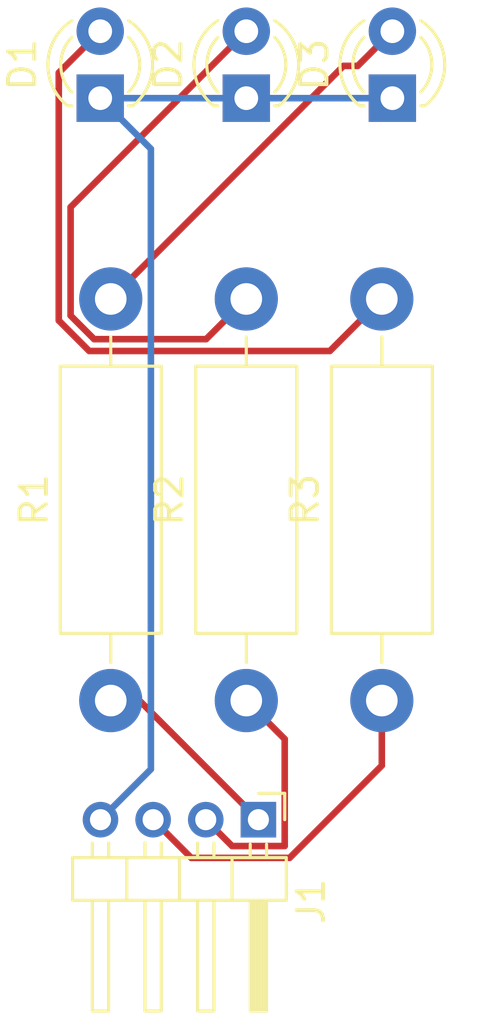
<source format=kicad_pcb>
(kicad_pcb (version 20221018) (generator pcbnew)
  (layers (0 "F.Cu" signal) (31 "B.Cu" signal) (34 "B.Paste" user) (35 "F.Paste" user) (36 "B.SilkS" user "B.Silkscreen") (37 "F.SilkS" user "F.Silkscreen") (38 "B.Mask" user) (39 "F.Mask" user) (44 "Edge.Cuts" user))
  (net 0 "")
  (net 1 "Net-(D1-K)")
  (net 2 "Net-(D1-A)")
  (net 3 "Net-(D2-A)")
  (net 4 "Net-(D3-A)")
  (net 5 "Net-(J1-Pin_1)")
  (net 6 "Net-(J1-Pin_2)")
  (net 7 "Net-(J1-Pin_3)")
  (footprint "LED_THT:LED_D3.0mm" (layer "F.Cu") (at 101.13 99.06 90)
    (fp_text reference "D1" (at 1.27 -2.96 90) (layer "F.SilkS"))
    (fp_text value "LED")
    (fp_line (start -0.29 -1.236) (end -0.29 -1.08) (stroke (width 0.12)) (layer "F.SilkS"))
    (fp_line (start -0.29 1.08) (end -0.29 1.236) (stroke (width 0.12)) (layer "F.SilkS"))
    (fp_arc (start -0.29 -1.235516) (mid 1.366487 -1.987659) (end 2.942335 -1.078608) (stroke (width 0.12)) (layer "F.SilkS"))
    (fp_arc (start 0.229039 -1.08) (mid 1.270117 -1.5) (end 2.31113 -1.079837) (stroke (width 0.12)) (layer "F.SilkS"))
    (fp_arc (start 2.31113 1.079837) (mid 1.270117 1.5) (end 0.229039 1.08) (stroke (width 0.12)) (layer "F.SilkS"))
    (fp_arc (start 2.942335 1.078608) (mid 1.366487 1.987659) (end -0.29 1.235516) (stroke (width 0.12)) (layer "F.SilkS"))
    (pad "1" thru_hole rect (at 0 0 90) (size 1.8 1.8) (drill 0.9) (layers "*.Cu" "*.Mask") (net 1 "Net-(D1-K)"))
    (pad "2" thru_hole circle (at 2.54 0 90) (size 1.8 1.8) (drill 0.9) (layers "*.Cu" "*.Mask") (net 2 "Net-(D1-A)"))
  )
  (footprint "Resistor_THT:R_Axial_DIN0411_L9.9mm_D3.6mm_P15.24mm_Horizontal" (layer "F.Cu") (at 106.68 121.92 90)
    (fp_text reference "R2" (at 7.62 -2.92 90) (layer "F.SilkS"))
    (fp_text value "R")
    (fp_line (start 1.44 0) (end 2.55 0) (stroke (width 0.12)) (layer "F.SilkS"))
    (fp_line (start 2.55 -1.92) (end 2.55 1.92) (stroke (width 0.12)) (layer "F.SilkS"))
    (fp_line (start 2.55 1.92) (end 12.69 1.92) (stroke (width 0.12)) (layer "F.SilkS"))
    (fp_line (start 12.69 -1.92) (end 2.55 -1.92) (stroke (width 0.12)) (layer "F.SilkS"))
    (fp_line (start 12.69 1.92) (end 12.69 -1.92) (stroke (width 0.12)) (layer "F.SilkS"))
    (fp_line (start 13.8 0) (end 12.69 0) (stroke (width 0.12)) (layer "F.SilkS"))
    (pad "1" thru_hole circle (at 0 0 90) (size 2.4 2.4) (drill 1.2) (layers "*.Cu" "*.Mask") (net 6 "Net-(J1-Pin_2)"))
    (pad "2" thru_hole oval (at 15.24 0 90) (size 2.4 2.4) (drill 1.2) (layers "*.Cu" "*.Mask") (net 3 "Net-(D2-A)"))
  )
  (footprint "Connector_PinHeader_2.00mm:PinHeader_1x04_P2.00mm_Horizontal" (layer "F.Cu") (at 107.14 126.44 -90)
    (fp_text reference "J1" (at 3.1 -2 90) (layer "F.SilkS"))
    (fp_text value "Conn_01x04")
    (fp_line (start -1 -1) (end 0 -1) (stroke (width 0.12)) (layer "F.SilkS"))
    (fp_line (start -1 0) (end -1 -1) (stroke (width 0.12)) (layer "F.SilkS"))
    (fp_line (start 0.882114 1.69) (end 1.44 1.69) (stroke (width 0.12)) (layer "F.SilkS"))
    (fp_line (start 0.882114 2.31) (end 1.44 2.31) (stroke (width 0.12)) (layer "F.SilkS"))
    (fp_line (start 0.882114 3.69) (end 1.44 3.69) (stroke (width 0.12)) (layer "F.SilkS"))
    (fp_line (start 0.882114 4.31) (end 1.44 4.31) (stroke (width 0.12)) (layer "F.SilkS"))
    (fp_line (start 0.882114 5.69) (end 1.44 5.69) (stroke (width 0.12)) (layer "F.SilkS"))
    (fp_line (start 0.882114 6.31) (end 1.44 6.31) (stroke (width 0.12)) (layer "F.SilkS"))
    (fp_line (start 0.935 -0.31) (end 1.44 -0.31) (stroke (width 0.12)) (layer "F.SilkS"))
    (fp_line (start 0.935 0.31) (end 1.44 0.31) (stroke (width 0.12)) (layer "F.SilkS"))
    (fp_line (start 1.44 -1.06) (end 1.44 7.06) (stroke (width 0.12)) (layer "F.SilkS"))
    (fp_line (start 1.44 1) (end 3.06 1) (stroke (width 0.12)) (layer "F.SilkS"))
    (fp_line (start 1.44 3) (end 3.06 3) (stroke (width 0.12)) (layer "F.SilkS"))
    (fp_line (start 1.44 5) (end 3.06 5) (stroke (width 0.12)) (layer "F.SilkS"))
    (fp_line (start 1.44 7.06) (end 3.06 7.06) (stroke (width 0.12)) (layer "F.SilkS"))
    (fp_line (start 3.06 -1.06) (end 1.44 -1.06) (stroke (width 0.12)) (layer "F.SilkS"))
    (fp_line (start 3.06 -0.31) (end 7.26 -0.31) (stroke (width 0.12)) (layer "F.SilkS"))
    (fp_line (start 3.06 -0.25) (end 7.26 -0.25) (stroke (width 0.12)) (layer "F.SilkS"))
    (fp_line (start 3.06 -0.13) (end 7.26 -0.13) (stroke (width 0.12)) (layer "F.SilkS"))
    (fp_line (start 3.06 -0.01) (end 7.26 -0.01) (stroke (width 0.12)) (layer "F.SilkS"))
    (fp_line (start 3.06 0.11) (end 7.26 0.11) (stroke (width 0.12)) (layer "F.SilkS"))
    (fp_line (start 3.06 0.23) (end 7.26 0.23) (stroke (width 0.12)) (layer "F.SilkS"))
    (fp_line (start 3.06 1.69) (end 7.26 1.69) (stroke (width 0.12)) (layer "F.SilkS"))
    (fp_line (start 3.06 3.69) (end 7.26 3.69) (stroke (width 0.12)) (layer "F.SilkS"))
    (fp_line (start 3.06 5.69) (end 7.26 5.69) (stroke (width 0.12)) (layer "F.SilkS"))
    (fp_line (start 3.06 7.06) (end 3.06 -1.06) (stroke (width 0.12)) (layer "F.SilkS"))
    (fp_line (start 7.26 -0.31) (end 7.26 0.31) (stroke (width 0.12)) (layer "F.SilkS"))
    (fp_line (start 7.26 0.31) (end 3.06 0.31) (stroke (width 0.12)) (layer "F.SilkS"))
    (fp_line (start 7.26 1.69) (end 7.26 2.31) (stroke (width 0.12)) (layer "F.SilkS"))
    (fp_line (start 7.26 2.31) (end 3.06 2.31) (stroke (width 0.12)) (layer "F.SilkS"))
    (fp_line (start 7.26 3.69) (end 7.26 4.31) (stroke (width 0.12)) (layer "F.SilkS"))
    (fp_line (start 7.26 4.31) (end 3.06 4.31) (stroke (width 0.12)) (layer "F.SilkS"))
    (fp_line (start 7.26 5.69) (end 7.26 6.31) (stroke (width 0.12)) (layer "F.SilkS"))
    (fp_line (start 7.26 6.31) (end 3.06 6.31) (stroke (width 0.12)) (layer "F.SilkS"))
    (pad "1" thru_hole rect (at 0 0 270) (size 1.35 1.35) (drill 0.8) (layers "*.Cu" "*.Mask") (net 5 "Net-(J1-Pin_1)"))
    (pad "2" thru_hole oval (at 0 2 270) (size 1.35 1.35) (drill 0.8) (layers "*.Cu" "*.Mask") (net 6 "Net-(J1-Pin_2)"))
    (pad "3" thru_hole oval (at 0 4 270) (size 1.35 1.35) (drill 0.8) (layers "*.Cu" "*.Mask") (net 7 "Net-(J1-Pin_3)"))
    (pad "4" thru_hole oval (at 0 6 270) (size 1.35 1.35) (drill 0.8) (layers "*.Cu" "*.Mask") (net 1 "Net-(D1-K)"))
  )
  (footprint "LED_THT:LED_D3.0mm" (layer "F.Cu") (at 112.23 99.06 90)
    (fp_text reference "D3" (at 1.27 -2.96 90) (layer "F.SilkS"))
    (fp_text value "LED")
    (fp_line (start -0.29 -1.236) (end -0.29 -1.08) (stroke (width 0.12)) (layer "F.SilkS"))
    (fp_line (start -0.29 1.08) (end -0.29 1.236) (stroke (width 0.12)) (layer "F.SilkS"))
    (fp_arc (start -0.29 -1.235516) (mid 1.366487 -1.987659) (end 2.942335 -1.078608) (stroke (width 0.12)) (layer "F.SilkS"))
    (fp_arc (start 0.229039 -1.08) (mid 1.270117 -1.5) (end 2.31113 -1.079837) (stroke (width 0.12)) (layer "F.SilkS"))
    (fp_arc (start 2.31113 1.079837) (mid 1.270117 1.5) (end 0.229039 1.08) (stroke (width 0.12)) (layer "F.SilkS"))
    (fp_arc (start 2.942335 1.078608) (mid 1.366487 1.987659) (end -0.29 1.235516) (stroke (width 0.12)) (layer "F.SilkS"))
    (pad "1" thru_hole rect (at 0 0 90) (size 1.8 1.8) (drill 0.9) (layers "*.Cu" "*.Mask") (net 1 "Net-(D1-K)"))
    (pad "2" thru_hole circle (at 2.54 0 90) (size 1.8 1.8) (drill 0.9) (layers "*.Cu" "*.Mask") (net 4 "Net-(D3-A)"))
  )
  (footprint "Resistor_THT:R_Axial_DIN0411_L9.9mm_D3.6mm_P15.24mm_Horizontal" (layer "F.Cu") (at 111.83 121.92 90)
    (fp_text reference "R3" (at 7.62 -2.92 90) (layer "F.SilkS"))
    (fp_text value "R")
    (fp_line (start 1.44 0) (end 2.55 0) (stroke (width 0.12)) (layer "F.SilkS"))
    (fp_line (start 2.55 -1.92) (end 2.55 1.92) (stroke (width 0.12)) (layer "F.SilkS"))
    (fp_line (start 2.55 1.92) (end 12.69 1.92) (stroke (width 0.12)) (layer "F.SilkS"))
    (fp_line (start 12.69 -1.92) (end 2.55 -1.92) (stroke (width 0.12)) (layer "F.SilkS"))
    (fp_line (start 12.69 1.92) (end 12.69 -1.92) (stroke (width 0.12)) (layer "F.SilkS"))
    (fp_line (start 13.8 0) (end 12.69 0) (stroke (width 0.12)) (layer "F.SilkS"))
    (pad "1" thru_hole circle (at 0 0 90) (size 2.4 2.4) (drill 1.2) (layers "*.Cu" "*.Mask") (net 7 "Net-(J1-Pin_3)"))
    (pad "2" thru_hole oval (at 15.24 0 90) (size 2.4 2.4) (drill 1.2) (layers "*.Cu" "*.Mask") (net 2 "Net-(D1-A)"))
  )
  (footprint "Resistor_THT:R_Axial_DIN0411_L9.9mm_D3.6mm_P15.24mm_Horizontal" (layer "F.Cu") (at 101.53 121.92 90)
    (fp_text reference "R1" (at 7.62 -2.92 90) (layer "F.SilkS"))
    (fp_text value "R")
    (fp_line (start 1.44 0) (end 2.55 0) (stroke (width 0.12)) (layer "F.SilkS"))
    (fp_line (start 2.55 -1.92) (end 2.55 1.92) (stroke (width 0.12)) (layer "F.SilkS"))
    (fp_line (start 2.55 1.92) (end 12.69 1.92) (stroke (width 0.12)) (layer "F.SilkS"))
    (fp_line (start 12.69 -1.92) (end 2.55 -1.92) (stroke (width 0.12)) (layer "F.SilkS"))
    (fp_line (start 12.69 1.92) (end 12.69 -1.92) (stroke (width 0.12)) (layer "F.SilkS"))
    (fp_line (start 13.8 0) (end 12.69 0) (stroke (width 0.12)) (layer "F.SilkS"))
    (pad "1" thru_hole circle (at 0 0 90) (size 2.4 2.4) (drill 1.2) (layers "*.Cu" "*.Mask") (net 5 "Net-(J1-Pin_1)"))
    (pad "2" thru_hole oval (at 15.24 0 90) (size 2.4 2.4) (drill 1.2) (layers "*.Cu" "*.Mask") (net 4 "Net-(D3-A)"))
  )
  (footprint "LED_THT:LED_D3.0mm" (layer "F.Cu") (at 106.68 99.06 90)
    (fp_text reference "D2" (at 1.27 -2.96 90) (layer "F.SilkS"))
    (fp_text value "LED")
    (fp_line (start -0.29 -1.236) (end -0.29 -1.08) (stroke (width 0.12)) (layer "F.SilkS"))
    (fp_line (start -0.29 1.08) (end -0.29 1.236) (stroke (width 0.12)) (layer "F.SilkS"))
    (fp_arc (start -0.29 -1.235516) (mid 1.366487 -1.987659) (end 2.942335 -1.078608) (stroke (width 0.12)) (layer "F.SilkS"))
    (fp_arc (start 0.229039 -1.08) (mid 1.270117 -1.5) (end 2.31113 -1.079837) (stroke (width 0.12)) (layer "F.SilkS"))
    (fp_arc (start 2.31113 1.079837) (mid 1.270117 1.5) (end 0.229039 1.08) (stroke (width 0.12)) (layer "F.SilkS"))
    (fp_arc (start 2.942335 1.078608) (mid 1.366487 1.987659) (end -0.29 1.235516) (stroke (width 0.12)) (layer "F.SilkS"))
    (pad "1" thru_hole rect (at 0 0 90) (size 1.8 1.8) (drill 0.9) (layers "*.Cu" "*.Mask") (net 1 "Net-(D1-K)"))
    (pad "2" thru_hole circle (at 2.54 0 90) (size 1.8 1.8) (drill 0.9) (layers "*.Cu" "*.Mask") (net 3 "Net-(D2-A)"))
  )
  (segment (start 103.055 100.985) (end 103.055 124.525) (width 0.25) (layer "B.Cu") (net 1))
  (segment (start 101.13 99.06) (end 103.055 100.985) (width 0.25) (layer "B.Cu") (net 1))
  (segment (start 112.23 99.06) (end 106.68 99.06) (width 0.25) (layer "B.Cu") (net 1))
  (segment (start 106.68 99.06) (end 101.13 99.06) (width 0.25) (layer "B.Cu") (net 1))
  (segment (start 103.055 124.525) (end 101.14 126.44) (width 0.25) (layer "B.Cu") (net 1))
  (segment (start 99.555 107.498072) (end 99.555 98.095) (width 0.25) (layer "F.Cu") (net 2))
  (segment (start 100.711928 108.655) (end 99.555 107.498072) (width 0.25) (layer "F.Cu") (net 2))
  (segment (start 111.83 106.68) (end 109.855 108.655) (width 0.25) (layer "F.Cu") (net 2))
  (segment (start 109.855 108.655) (end 100.711928 108.655) (width 0.25) (layer "F.Cu") (net 2))
  (segment (start 99.555 98.095) (end 101.13 96.52) (width 0.25) (layer "F.Cu") (net 2))
  (segment (start 100.898324 108.205) (end 100.005 107.311676) (width 0.25) (layer "F.Cu") (net 3))
  (segment (start 106.68 106.68) (end 105.155 108.205) (width 0.25) (layer "F.Cu") (net 3))
  (segment (start 105.155 108.205) (end 100.898324 108.205) (width 0.25) (layer "F.Cu") (net 3))
  (segment (start 100.005 107.311676) (end 100.005 103.195) (width 0.25) (layer "F.Cu") (net 3))
  (segment (start 100.005 103.195) (end 106.68 96.52) (width 0.25) (layer "F.Cu") (net 3))
  (segment (start 110.375 97.835) (end 110.915 97.835) (width 0.25) (layer "F.Cu") (net 4))
  (segment (start 110.915 97.835) (end 112.23 96.52) (width 0.25) (layer "F.Cu") (net 4))
  (segment (start 101.53 106.68) (end 110.375 97.835) (width 0.25) (layer "F.Cu") (net 4))
  (segment (start 102.62 121.92) (end 101.53 121.92) (width 0.25) (layer "F.Cu") (net 5))
  (segment (start 107.14 126.44) (end 102.62 121.92) (width 0.25) (layer "F.Cu") (net 5))
  (segment (start 106.14 127.44) (end 108.14 127.44) (width 0.25) (layer "F.Cu") (net 6))
  (segment (start 108.14 123.38) (end 106.68 121.92) (width 0.25) (layer "F.Cu") (net 6))
  (segment (start 108.14 127.44) (end 108.14 123.38) (width 0.25) (layer "F.Cu") (net 6))
  (segment (start 105.14 126.44) (end 106.14 127.44) (width 0.25) (layer "F.Cu") (net 6))
  (segment (start 104.59 127.89) (end 108.326396 127.89) (width 0.25) (layer "F.Cu") (net 7))
  (segment (start 108.326396 127.89) (end 111.83 124.386396) (width 0.25) (layer "F.Cu") (net 7))
  (segment (start 111.83 124.386396) (end 111.83 121.92) (width 0.25) (layer "F.Cu") (net 7))
  (segment (start 103.14 126.44) (end 104.59 127.89) (width 0.25) (layer "F.Cu") (net 7))
)
</source>
